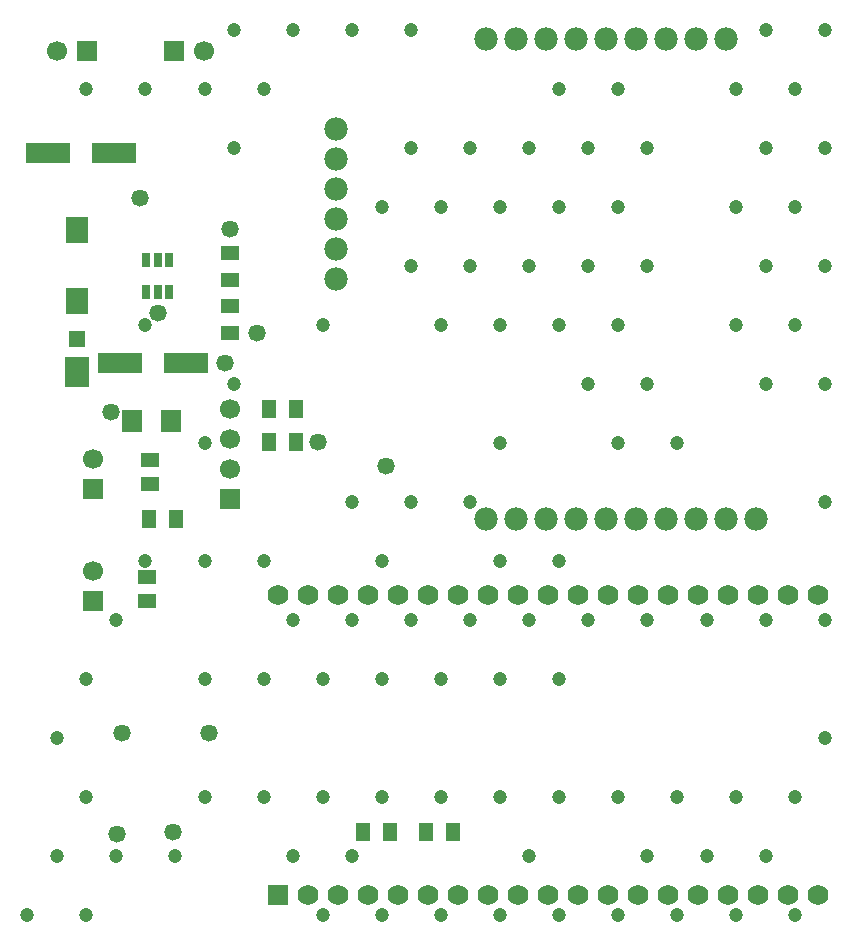
<source format=gts>
G04*
G04 #@! TF.GenerationSoftware,Altium Limited,Altium Designer,19.0.15 (446)*
G04*
G04 Layer_Color=8388736*
%FSLAX42Y42*%
%MOMM*%
G71*
G01*
G75*
%ADD24R,1.60X1.30*%
%ADD25R,1.73X1.85*%
%ADD26R,2.00X2.60*%
%ADD27R,1.40X1.40*%
%ADD28R,1.60X1.20*%
%ADD29R,1.20X1.60*%
%ADD30R,1.90X2.20*%
%ADD31R,3.70X1.80*%
%ADD32R,0.80X1.20*%
%ADD33R,1.70X1.70*%
%ADD34C,1.70*%
%ADD35R,1.70X1.70*%
%ADD36C,1.76*%
%ADD37R,1.76X1.76*%
%ADD38C,1.98*%
%ADD39C,1.20*%
%ADD40C,1.47*%
D24*
X1321Y3875D02*
D03*
Y4075D02*
D03*
X1295Y3084D02*
D03*
Y2884D02*
D03*
D25*
X1496Y4407D02*
D03*
X1166D02*
D03*
D26*
X699Y4825D02*
D03*
D27*
X699Y5105D02*
D03*
D28*
X1994Y5385D02*
D03*
Y5156D02*
D03*
Y5829D02*
D03*
Y5601D02*
D03*
D29*
X1308Y3581D02*
D03*
X1537D02*
D03*
X3353Y927D02*
D03*
X3124D02*
D03*
X3886D02*
D03*
X3658D02*
D03*
X2324Y4229D02*
D03*
X2553D02*
D03*
X2324Y4508D02*
D03*
X2553D02*
D03*
D30*
X699Y5428D02*
D03*
Y6028D02*
D03*
D31*
X1017Y6680D02*
D03*
X457D02*
D03*
X1626Y4902D02*
D03*
X1066D02*
D03*
D32*
X1287Y5774D02*
D03*
X1382D02*
D03*
X1477D02*
D03*
Y5504D02*
D03*
X1382D02*
D03*
X1287D02*
D03*
D33*
X837Y3835D02*
D03*
X838Y2883D02*
D03*
X1994Y3747D02*
D03*
D34*
X837Y4089D02*
D03*
X838Y3137D02*
D03*
X1778Y7540D02*
D03*
X533D02*
D03*
X1994Y4508D02*
D03*
Y4254D02*
D03*
Y4001D02*
D03*
D35*
X1524Y7540D02*
D03*
X787D02*
D03*
D36*
X6978Y2934D02*
D03*
X6724D02*
D03*
X6469D02*
D03*
X6215D02*
D03*
X5962D02*
D03*
X5708D02*
D03*
X5453D02*
D03*
X5199D02*
D03*
X4946D02*
D03*
X4692D02*
D03*
X4438D02*
D03*
X4183D02*
D03*
X3929D02*
D03*
X3676D02*
D03*
X3422D02*
D03*
X3167D02*
D03*
X2914D02*
D03*
X2659D02*
D03*
X2406D02*
D03*
X6724Y394D02*
D03*
X6469D02*
D03*
X6215D02*
D03*
X5962D02*
D03*
X5708D02*
D03*
X5453D02*
D03*
X5199D02*
D03*
X4946D02*
D03*
X4692D02*
D03*
X4438D02*
D03*
X4183D02*
D03*
X3929D02*
D03*
X3676D02*
D03*
X3422D02*
D03*
X3167D02*
D03*
X2914D02*
D03*
X6978D02*
D03*
X2659D02*
D03*
D37*
X2406D02*
D03*
D38*
X4166Y7645D02*
D03*
X4420D02*
D03*
X4674D02*
D03*
X4928D02*
D03*
X5182D02*
D03*
X5436D02*
D03*
X5690D02*
D03*
X5944D02*
D03*
X6198D02*
D03*
X6452Y3581D02*
D03*
X6198D02*
D03*
X5944D02*
D03*
X5690D02*
D03*
X5436D02*
D03*
X5182D02*
D03*
X4928D02*
D03*
X4674D02*
D03*
X4420D02*
D03*
X4166D02*
D03*
X2896Y5613D02*
D03*
Y5867D02*
D03*
Y6121D02*
D03*
Y6375D02*
D03*
Y6629D02*
D03*
Y6883D02*
D03*
D39*
X7030Y7723D02*
D03*
X6780Y7223D02*
D03*
X7030Y6723D02*
D03*
X6780Y6223D02*
D03*
X7030Y5723D02*
D03*
X6780Y5223D02*
D03*
X7030Y4723D02*
D03*
Y3723D02*
D03*
Y2723D02*
D03*
Y1723D02*
D03*
X6780Y1223D02*
D03*
Y223D02*
D03*
X6530Y7723D02*
D03*
X6280Y7223D02*
D03*
X6530Y6723D02*
D03*
X6280Y6223D02*
D03*
X6530Y5723D02*
D03*
X6280Y5223D02*
D03*
X6530Y4723D02*
D03*
Y2723D02*
D03*
X6280Y1223D02*
D03*
X6530Y723D02*
D03*
X6280Y223D02*
D03*
X5780Y4223D02*
D03*
X6030Y2723D02*
D03*
X5780Y1223D02*
D03*
X6030Y723D02*
D03*
X5780Y223D02*
D03*
X5280Y7223D02*
D03*
X5530Y6723D02*
D03*
X5280Y6223D02*
D03*
X5530Y5723D02*
D03*
X5280Y5223D02*
D03*
X5530Y4723D02*
D03*
X5280Y4223D02*
D03*
X5530Y2723D02*
D03*
X5280Y1223D02*
D03*
X5530Y723D02*
D03*
X5280Y223D02*
D03*
X4780Y7223D02*
D03*
X5030Y6723D02*
D03*
X4780Y6223D02*
D03*
X5030Y5723D02*
D03*
X4780Y5223D02*
D03*
X5030Y4723D02*
D03*
X4780Y3223D02*
D03*
X5030Y2723D02*
D03*
X4780Y2223D02*
D03*
Y1223D02*
D03*
Y223D02*
D03*
X4530Y6723D02*
D03*
X4280Y6223D02*
D03*
X4530Y5723D02*
D03*
X4280Y5223D02*
D03*
Y4223D02*
D03*
Y3223D02*
D03*
X4530Y2723D02*
D03*
X4280Y2223D02*
D03*
Y1223D02*
D03*
X4530Y723D02*
D03*
X4280Y223D02*
D03*
X4030Y6723D02*
D03*
X3780Y6223D02*
D03*
X4030Y5723D02*
D03*
X3780Y5223D02*
D03*
X4030Y3723D02*
D03*
Y2723D02*
D03*
X3780Y2223D02*
D03*
Y1223D02*
D03*
Y223D02*
D03*
X3530Y7723D02*
D03*
Y6723D02*
D03*
X3280Y6223D02*
D03*
X3530Y5723D02*
D03*
Y3723D02*
D03*
X3280Y3223D02*
D03*
X3530Y2723D02*
D03*
X3280Y2223D02*
D03*
Y1223D02*
D03*
Y223D02*
D03*
X3030Y7723D02*
D03*
X2780Y5223D02*
D03*
X3030Y3723D02*
D03*
Y2723D02*
D03*
X2780Y2223D02*
D03*
Y1223D02*
D03*
X3030Y723D02*
D03*
X2780Y223D02*
D03*
X2530Y7723D02*
D03*
X2280Y7223D02*
D03*
Y3223D02*
D03*
X2530Y2723D02*
D03*
X2280Y2223D02*
D03*
Y1223D02*
D03*
X2530Y723D02*
D03*
X2030Y7723D02*
D03*
X1780Y7223D02*
D03*
X2030Y6723D02*
D03*
Y4723D02*
D03*
X1780Y4223D02*
D03*
Y3223D02*
D03*
Y2223D02*
D03*
Y1223D02*
D03*
X1280Y7223D02*
D03*
Y5223D02*
D03*
Y3223D02*
D03*
X1530Y723D02*
D03*
X780Y7223D02*
D03*
X1030Y2723D02*
D03*
X780Y2223D02*
D03*
Y1223D02*
D03*
X1030Y723D02*
D03*
X780Y223D02*
D03*
X530Y1723D02*
D03*
Y723D02*
D03*
X280Y223D02*
D03*
D40*
X2223Y5156D02*
D03*
X991Y4483D02*
D03*
X1041Y914D02*
D03*
X1511Y927D02*
D03*
X1080Y1765D02*
D03*
X1816D02*
D03*
X1232Y6299D02*
D03*
X2743Y4229D02*
D03*
X3315Y4026D02*
D03*
X1956Y4902D02*
D03*
X1994Y6033D02*
D03*
X1382Y5321D02*
D03*
M02*

</source>
